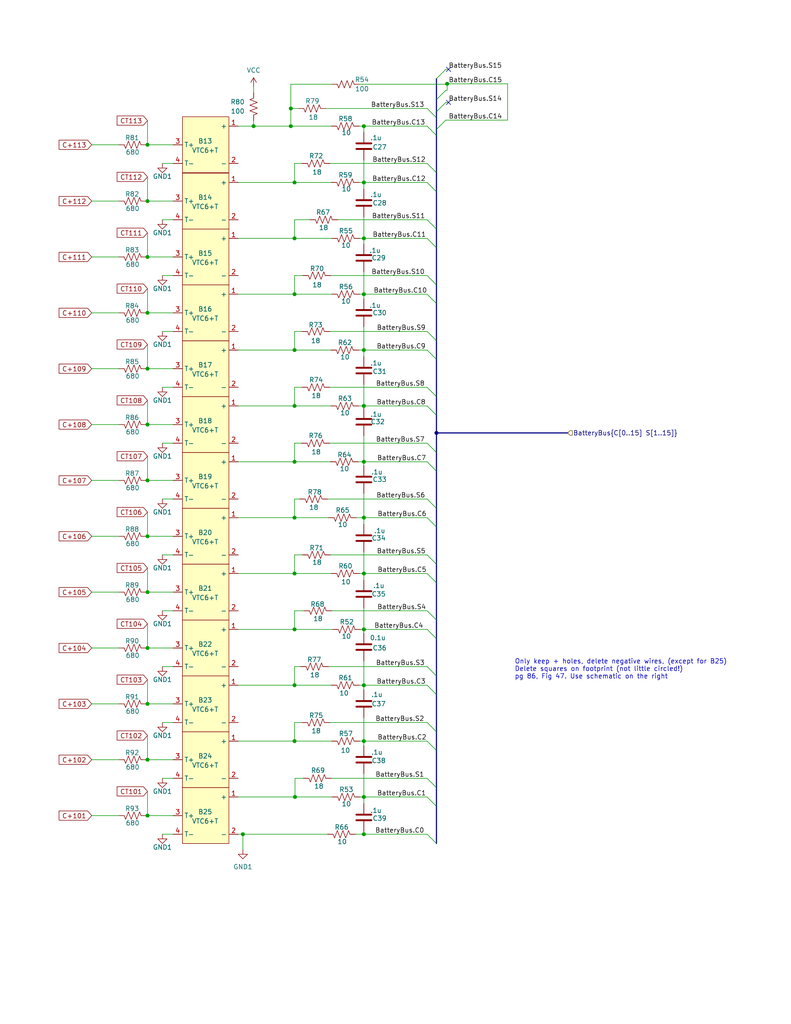
<source format=kicad_sch>
(kicad_sch (version 20231120) (generator "eeschema") (generator_version "8.0")
  (paper "A" portrait)
  (lib_symbols
    (symbol "Device:C" (pin_numbers hide) (pin_names (offset 0.254))
      (property "Reference" "C" (at 0.635 2.54 0))
      (property "Value" "C" (at 0.635 -2.54 0))
      (symbol "C_1_1"
        (pin passive line (at 0 3.81 270) (length 2.794) (name "~") (number "1"))
        (pin passive line (at 0 -3.81 90) (length 2.794) (name "~") (number "2"))
      )
    )
    (symbol "Device:R_US" (pin_numbers hide) (pin_names (offset 0))
      (property "Reference" "R" (at 2.54 0 90))
      (property "Value" "R_US" (at -2.54 0 90))
      (symbol "R_US_1_1"
        (pin passive line (at 0 3.81 270) (length 1.27) (name "~") (number "1"))
        (pin passive line (at 0 -3.81 90) (length 1.27) (name "~") (number "2"))
      )
    )
    (symbol "GND1_1" (power) (pin_names (offset 0))
      (property "Value" "GND1" (at 0 -3.81 0))
      (symbol "GND1_1_1_1"
        (pin power_in line (at 0 0 270) (length 0) hide (name "GND1") (number "1"))
      )
    )
    (symbol "GND1_10" (power) (pin_names (offset 0))
      (property "Value" "GND1" (at 0 -3.81 0))
      (symbol "GND1_10_1_1"
        (pin power_in line (at 0 0 270) (length 0) hide (name "GND1") (number "1"))
      )
    )
    (symbol "GND1_11" (power) (pin_names (offset 0))
      (property "Value" "GND1" (at 0 -3.81 0))
      (symbol "GND1_11_1_1"
        (pin power_in line (at 0 0 270) (length 0) hide (name "GND1") (number "1"))
      )
    )
    (symbol "GND1_12" (power) (pin_names (offset 0))
      (property "Value" "GND1" (at 0 -3.81 0))
      (symbol "GND1_12_1_1"
        (pin power_in line (at 0 0 270) (length 0) hide (name "GND1") (number "1"))
      )
    )
    (symbol "GND1_13" (power) (pin_names (offset 0))
      (property "Value" "GND1" (at 0 -3.81 0))
      (symbol "GND1_13_1_1"
        (pin power_in line (at 0 0 270) (length 0) hide (name "GND1") (number "1"))
      )
    )
    (symbol "GND1_2" (power) (pin_names (offset 0))
      (property "Value" "GND1" (at 0 -3.81 0))
      (symbol "GND1_2_1_1"
        (pin power_in line (at 0 0 270) (length 0) hide (name "GND1") (number "1"))
      )
    )
    (symbol "GND1_3" (power) (pin_names (offset 0))
      (property "Value" "GND1" (at 0 -3.81 0))
      (symbol "GND1_3_1_1"
        (pin power_in line (at 0 0 270) (length 0) hide (name "GND1") (number "1"))
      )
    )
    (symbol "GND1_4" (power) (pin_names (offset 0))
      (property "Value" "GND1" (at 0 -3.81 0))
      (symbol "GND1_4_1_1"
        (pin power_in line (at 0 0 270) (length 0) hide (name "GND1") (number "1"))
      )
    )
    (symbol "GND1_5" (power) (pin_names (offset 0))
      (property "Value" "GND1" (at 0 -3.81 0))
      (symbol "GND1_5_1_1"
        (pin power_in line (at 0 0 270) (length 0) hide (name "GND1") (number "1"))
      )
    )
    (symbol "GND1_6" (power) (pin_names (offset 0))
      (property "Value" "GND1" (at 0 -3.81 0))
      (symbol "GND1_6_1_1"
        (pin power_in line (at 0 0 270) (length 0) hide (name "GND1") (number "1"))
      )
    )
    (symbol "GND1_7" (power) (pin_names (offset 0))
      (property "Value" "GND1" (at 0 -3.81 0))
      (symbol "GND1_7_1_1"
        (pin power_in line (at 0 0 270) (length 0) hide (name "GND1") (number "1"))
      )
    )
    (symbol "GND1_8" (power) (pin_names (offset 0))
      (property "Value" "GND1" (at 0 -3.81 0))
      (symbol "GND1_8_1_1"
        (pin power_in line (at 0 0 270) (length 0) hide (name "GND1") (number "1"))
      )
    )
    (symbol "GND1_9" (power) (pin_names (offset 0))
      (property "Value" "GND1" (at 0 -3.81 0))
      (symbol "GND1_9_1_1"
        (pin power_in line (at 0 0 270) (length 0) hide (name "GND1") (number "1"))
      )
    )
    (symbol "VTC6+T_10"
      (property "Reference" "B" (at -2.54 0 0))
      (property "Value" "VTC6+T_10" (at -2.54 2.54 0))
      (symbol "VTC6+T_10_1_1"
        (pin power_in line (at 2.54 10.16 270) (length 2.54) (name "+") (number "1"))
        (pin power_out line (at -7.62 10.16 270) (length 2.54) (name "-") (number "2"))
        (pin input line (at -2.54 -7.62 90) (length 2.54) (name "T+") (number "3"))
        (pin output line (at -7.62 -7.62 90) (length 2.54) (name "T-") (number "4"))
      )
    )
    (symbol "VTC6+T_11"
      (property "Reference" "B" (at -2.54 0 0))
      (property "Value" "VTC6+T_11" (at -2.54 2.54 0))
      (symbol "VTC6+T_11_1_1"
        (pin power_in line (at 2.54 10.16 270) (length 2.54) (name "+") (number "1"))
        (pin power_out line (at -7.62 10.16 270) (length 2.54) (name "-") (number "2"))
        (pin input line (at -2.54 -7.62 90) (length 2.54) (name "T+") (number "3"))
        (pin output line (at -7.62 -7.62 90) (length 2.54) (name "T-") (number "4"))
      )
    )
    (symbol "VTC6+T_12"
      (property "Reference" "B" (at -2.54 0 0))
      (property "Value" "VTC6+T_12" (at -2.54 2.54 0))
      (symbol "VTC6+T_12_1_1"
        (pin power_in line (at 2.54 10.16 270) (length 2.54) (name "+") (number "1"))
        (pin power_out line (at -7.62 10.16 270) (length 2.54) (name "-") (number "2"))
        (pin input line (at -2.54 -7.62 90) (length 2.54) (name "T+") (number "3"))
        (pin output line (at -7.62 -7.62 90) (length 2.54) (name "T-") (number "4"))
      )
    )
    (symbol "VTC6+T_13"
      (property "Reference" "B" (at -2.54 0 0))
      (property "Value" "VTC6+T_13" (at -2.54 2.54 0))
      (symbol "VTC6+T_13_1_1"
        (pin power_in line (at 2.54 10.16 270) (length 2.54) (name "+") (number "1"))
        (pin power_out line (at -7.62 10.16 270) (length 2.54) (name "-") (number "2"))
        (pin input line (at -2.54 -7.62 90) (length 2.54) (name "T+") (number "3"))
        (pin output line (at -7.62 -7.62 90) (length 2.54) (name "T-") (number "4"))
      )
    )
    (symbol "VTC6+T_14"
      (property "Reference" "B" (at -2.54 0 0))
      (property "Value" "VTC6+T_14" (at -2.54 2.54 0))
      (symbol "VTC6+T_14_1_1"
        (pin power_in line (at 2.54 10.16 270) (length 2.54) (name "+") (number "1"))
        (pin power_out line (at -7.62 10.16 270) (length 2.54) (name "-") (number "2"))
        (pin input line (at -2.54 -7.62 90) (length 2.54) (name "T+") (number "3"))
        (pin output line (at -7.62 -7.62 90) (length 2.54) (name "T-") (number "4"))
      )
    )
    (symbol "VTC6+T_15"
      (property "Reference" "B" (at -2.54 0 0))
      (property "Value" "VTC6+T_15" (at -2.54 2.54 0))
      (symbol "VTC6+T_15_1_1"
        (pin power_in line (at 2.54 10.16 270) (length 2.54) (name "+") (number "1"))
        (pin power_out line (at -7.62 10.16 270) (length 2.54) (name "-") (number "2"))
        (pin input line (at -2.54 -7.62 90) (length 2.54) (name "T+") (number "3"))
        (pin output line (at -7.62 -7.62 90) (length 2.54) (name "T-") (number "4"))
      )
    )
    (symbol "VTC6+T_16"
      (property "Reference" "B" (at -2.54 0 0))
      (property "Value" "VTC6+T_16" (at -2.54 2.54 0))
      (symbol "VTC6+T_16_1_1"
        (pin power_in line (at 2.54 10.16 270) (length 2.54) (name "+") (number "1"))
        (pin power_out line (at -7.62 10.16 270) (length 2.54) (name "-") (number "2"))
        (pin input line (at -2.54 -7.62 90) (length 2.54) (name "T+") (number "3"))
        (pin output line (at -7.62 -7.62 90) (length 2.54) (name "T-") (number "4"))
      )
    )
    (symbol "VTC6+T_17"
      (property "Reference" "B" (at -2.54 0 0))
      (property "Value" "VTC6+T_17" (at -2.54 2.54 0))
      (symbol "VTC6+T_17_1_1"
        (pin power_in line (at 2.54 10.16 270) (length 2.54) (name "+") (number "1"))
        (pin power_out line (at -7.62 10.16 270) (length 2.54) (name "-") (number "2"))
        (pin input line (at -2.54 -7.62 90) (length 2.54) (name "T+") (number "3"))
        (pin output line (at -7.62 -7.62 90) (length 2.54) (name "T-") (number "4"))
      )
    )
    (symbol "VTC6+T_5"
      (property "Reference" "B" (at -2.54 0 0))
      (property "Value" "VTC6+T_5" (at -2.54 2.54 0))
      (symbol "VTC6+T_5_1_1"
        (pin power_in line (at 2.54 10.16 270) (length 2.54) (name "+") (number "1"))
        (pin power_out line (at -7.62 10.16 270) (length 2.54) (name "-") (number "2"))
        (pin input line (at -2.54 -7.62 90) (length 2.54) (name "T+") (number "3"))
        (pin output line (at -7.62 -7.62 90) (length 2.54) (name "T-") (number "4"))
      )
    )
    (symbol "VTC6+T_6"
      (property "Reference" "B" (at -2.54 0 0))
      (property "Value" "VTC6+T_6" (at -2.54 2.54 0))
      (symbol "VTC6+T_6_1_1"
        (pin power_in line (at 2.54 10.16 270) (length 2.54) (name "+") (number "1"))
        (pin power_out line (at -7.62 10.16 270) (length 2.54) (name "-") (number "2"))
        (pin input line (at -2.54 -7.62 90) (length 2.54) (name "T+") (number "3"))
        (pin output line (at -7.62 -7.62 90) (length 2.54) (name "T-") (number "4"))
      )
    )
    (symbol "VTC6+T_7"
      (property "Reference" "B" (at -2.54 0 0))
      (property "Value" "VTC6+T_7" (at -2.54 2.54 0))
      (symbol "VTC6+T_7_1_1"
        (pin power_in line (at 2.54 10.16 270) (length 2.54) (name "+") (number "1"))
        (pin power_out line (at -7.62 10.16 270) (length 2.54) (name "-") (number "2"))
        (pin input line (at -2.54 -7.62 90) (length 2.54) (name "T+") (number "3"))
        (pin output line (at -7.62 -7.62 90) (length 2.54) (name "T-") (number "4"))
      )
    )
    (symbol "VTC6+T_8"
      (property "Reference" "B" (at -2.54 0 0))
      (property "Value" "VTC6+T_8" (at -2.54 2.54 0))
      (symbol "VTC6+T_8_1_1"
        (pin power_in line (at 2.54 10.16 270) (length 2.54) (name "+") (number "1"))
        (pin power_out line (at -7.62 10.16 270) (length 2.54) (name "-") (number "2"))
        (pin input line (at -2.54 -7.62 90) (length 2.54) (name "T+") (number "3"))
        (pin output line (at -7.62 -7.62 90) (length 2.54) (name "T-") (number "4"))
      )
    )
    (symbol "VTC6+T_9"
      (property "Reference" "B" (at -2.54 0 0))
      (property "Value" "VTC6+T_9" (at -2.54 2.54 0))
      (symbol "VTC6+T_9_1_1"
        (pin power_in line (at 2.54 10.16 270) (length 2.54) (name "+") (number "1"))
        (pin power_out line (at -7.62 10.16 270) (length 2.54) (name "-") (number "2"))
        (pin input line (at -2.54 -7.62 90) (length 2.54) (name "T+") (number "3"))
        (pin output line (at -7.62 -7.62 90) (length 2.54) (name "T-") (number "4"))
      )
    )
    (symbol "power:GND1" (power) (pin_names (offset 0))
      (property "Value" "GND1" (at 0 -3.81 0))
      (symbol "GND1_1_1"
        (pin power_in line (at 0 0 270) (length 0) hide (name "GND1") (number "1"))
      )
    )
    (symbol "power:VCC" (power) (pin_names (offset 0))
      (property "Value" "VCC" (at 0 3.81 0))
      (symbol "VCC_1_1"
        (pin power_in line (at 0 0 90) (length 0) hide (name "VCC") (number "1"))
      )
    )
  )
  (junction (at 40.259 100.584))
  (junction (at 40.259 176.784))
  (junction (at 40.259 39.497))
  (junction (at 40.259 54.864))
  (junction (at 99.314 156.464))
  (junction (at 99.314 171.704))
  (junction (at 40.259 70.104))
  (junction (at 99.314 49.784))
  (junction (at 80.391 80.264))
  (junction (at 80.391 110.744))
  (junction (at 99.314 110.744))
  (junction (at 79.375 29.591))
  (junction (at 122.047 22.86))
  (junction (at 99.314 202.184))
  (junction (at 99.314 34.417))
  (junction (at 79.375 34.417))
  (junction (at 69.215 34.417))
  (junction (at 99.314 141.224))
  (junction (at 99.314 125.984))
  (junction (at 40.259 146.304))
  (junction (at 40.259 115.824))
  (junction (at 80.391 95.504))
  (junction (at 99.314 80.264))
  (junction (at 40.259 161.544))
  (junction (at 66.294 227.584))
  (junction (at 80.391 156.464))
  (junction (at 99.314 65.024))
  (junction (at 80.391 65.024))
  (junction (at 99.314 186.944))
  (junction (at 119.126 118.11))
  (junction (at 40.259 222.504))
  (junction (at 99.314 227.584))
  (junction (at 80.391 141.224))
  (junction (at 80.391 49.784))
  (junction (at 80.391 171.704))
  (junction (at 40.259 207.264))
  (junction (at 80.391 125.984))
  (junction (at 99.314 217.424))
  (junction (at 40.259 192.024))
  (junction (at 80.391 202.184))
  (junction (at 99.314 95.504))
  (junction (at 40.259 131.064))
  (junction (at 80.391 186.944))
  (junction (at 40.259 85.344))
  (junction (at 80.518 217.424))
  (no_connect (at 122.428 27.94))
  (no_connect (at 122.428 18.923))
  (bus_entry (at 119.126 30.48) (size 2.54 -2.54))
  (bus_entry (at 119.126 82.804) (size -2.54 -2.54))
  (bus_entry (at 119.126 214.884) (size -2.54 -2.54))
  (bus_entry (at 119.126 62.484) (size -2.54 -2.54))
  (bus_entry (at 119.126 153.924) (size -2.54 -2.54))
  (bus_entry (at 119.126 67.564) (size -2.54 -2.54))
  (bus_entry (at 119.126 52.324) (size -2.54 -2.54))
  (bus_entry (at 119.126 77.724) (size -2.54 -2.54))
  (bus_entry (at 119.126 204.724) (size -2.54 -2.54))
  (bus_entry (at 119.126 189.484) (size -2.54 -2.54))
  (bus_entry (at 119.126 36.957) (size -2.54 -2.54))
  (bus_entry (at 119.126 128.524) (size -2.54 -2.54))
  (bus_entry (at 119.126 35.306) (size 2.54 -2.54))
  (bus_entry (at 119.126 98.044) (size -2.54 -2.54))
  (bus_entry (at 119.126 199.644) (size -2.54 -2.54))
  (bus_entry (at 119.126 21.463) (size 2.54 -2.54))
  (bus_entry (at 119.126 113.284) (size -2.54 -2.54))
  (bus_entry (at 119.126 230.124) (size -2.54 -2.54))
  (bus_entry (at 119.126 27.178) (size 2.54 -2.54))
  (bus_entry (at 119.126 169.164) (size -2.54 -2.54))
  (bus_entry (at 119.126 47.117) (size -2.54 -2.54))
  (bus_entry (at 119.126 32.131) (size -2.54 -2.54))
  (bus_entry (at 119.126 138.684) (size -2.54 -2.54))
  (bus_entry (at 119.126 123.444) (size -2.54 -2.54))
  (bus_entry (at 119.126 108.204) (size -2.54 -2.54))
  (bus_entry (at 119.126 159.004) (size -2.54 -2.54))
  (bus_entry (at 119.126 184.404) (size -2.54 -2.54))
  (bus_entry (at 119.126 174.244) (size -2.54 -2.54))
  (bus_entry (at 119.126 92.964) (size -2.54 -2.54))
  (bus_entry (at 119.126 143.764) (size -2.54 -2.54))
  (bus_entry (at 119.126 219.964) (size -2.54 -2.54))
  (wire (pts (xy 40.259 100.584) (xy 47.244 100.584)))
  (wire (pts (xy 44.323 105.664) (xy 47.244 105.664)))
  (wire (pts (xy 99.314 180.34) (xy 99.314 186.944)))
  (wire (pts (xy 40.259 39.497) (xy 40.005 39.497)))
  (wire (pts (xy 44.323 227.584) (xy 47.244 227.584)))
  (wire (pts (xy 40.259 32.893) (xy 40.259 39.497)))
  (wire (pts (xy 44.323 90.424) (xy 47.244 90.424)))
  (wire (pts (xy 80.391 44.577) (xy 80.391 49.784)))
  (wire (pts (xy 116.586 44.577) (xy 90.043 44.577)))
  (wire (pts (xy 90.678 217.424) (xy 80.518 217.424)))
  (wire (pts (xy 90.17 125.984) (xy 80.391 125.984)))
  (wire (pts (xy 99.314 141.224) (xy 116.586 141.224)))
  (wire (pts (xy 40.259 222.504) (xy 47.244 222.504)))
  (bus (pts (xy 119.126 143.764) (xy 119.126 138.684)))
  (wire (pts (xy 69.215 32.893) (xy 69.215 34.417)))
  (wire (pts (xy 80.391 186.944) (xy 80.391 181.864)))
  (wire (pts (xy 25.019 176.784) (xy 32.385 176.784)))
  (wire (pts (xy 99.314 165.862) (xy 99.314 171.704)))
  (bus (pts (xy 119.126 30.48) (xy 119.126 32.131)))
  (wire (pts (xy 44.323 75.184) (xy 47.244 75.184)))
  (wire (pts (xy 40.259 48.26) (xy 40.259 54.864)))
  (bus (pts (xy 119.126 174.244) (xy 119.126 169.164)))
  (wire (pts (xy 66.294 231.775) (xy 66.294 227.584)))
  (bus (pts (xy 119.126 143.764) (xy 119.126 153.924)))
  (wire (pts (xy 90.424 49.784) (xy 80.391 49.784)))
  (wire (pts (xy 90.805 171.704) (xy 80.391 171.704)))
  (wire (pts (xy 80.391 80.264) (xy 80.391 75.184)))
  (wire (pts (xy 25.019 161.544) (xy 32.385 161.544)))
  (wire (pts (xy 80.391 186.944) (xy 65.024 186.944)))
  (wire (pts (xy 99.314 104.902) (xy 99.314 110.744)))
  (bus (pts (xy 119.126 169.164) (xy 119.126 159.004)))
  (wire (pts (xy 25.019 131.064) (xy 32.385 131.064)))
  (wire (pts (xy 81.788 136.144) (xy 80.391 136.144)))
  (bus (pts (xy 119.126 214.884) (xy 119.126 204.724)))
  (wire (pts (xy 99.314 156.464) (xy 99.314 158.242)))
  (bus (pts (xy 119.126 92.964) (xy 119.126 82.804)))
  (wire (pts (xy 90.424 212.344) (xy 116.586 212.344)))
  (wire (pts (xy 99.314 217.424) (xy 99.314 219.202)))
  (wire (pts (xy 90.297 95.504) (xy 80.391 95.504)))
  (wire (pts (xy 99.314 195.834) (xy 99.314 202.184)))
  (wire (pts (xy 69.215 23.749) (xy 69.215 25.273)))
  (bus (pts (xy 119.126 62.484) (xy 119.126 52.324)))
  (wire (pts (xy 80.518 217.424) (xy 80.518 212.344)))
  (wire (pts (xy 82.931 166.624) (xy 80.391 166.624)))
  (wire (pts (xy 99.314 202.184) (xy 99.314 203.454)))
  (wire (pts (xy 40.259 176.784) (xy 40.005 176.784)))
  (wire (pts (xy 40.259 78.74) (xy 40.259 85.344)))
  (wire (pts (xy 90.551 22.987) (xy 79.375 22.987)))
  (wire (pts (xy 122.428 27.94) (xy 121.666 27.94)))
  (wire (pts (xy 40.259 131.064) (xy 47.244 131.064)))
  (wire (pts (xy 97.917 95.504) (xy 99.314 95.504)))
  (wire (pts (xy 99.314 36.068) (xy 99.314 34.417)))
  (bus (pts (xy 119.126 47.117) (xy 119.126 36.957)))
  (wire (pts (xy 82.423 197.104) (xy 80.391 197.104)))
  (wire (pts (xy 40.259 215.9) (xy 40.259 222.504)))
  (wire (pts (xy 116.586 29.591) (xy 89.027 29.591)))
  (wire (pts (xy 81.407 29.591) (xy 79.375 29.591)))
  (wire (pts (xy 98.044 49.784) (xy 99.314 49.784)))
  (wire (pts (xy 25.019 115.824) (xy 32.385 115.824)))
  (wire (pts (xy 80.391 171.704) (xy 65.024 171.704)))
  (bus (pts (xy 119.126 113.284) (xy 119.126 108.204)))
  (wire (pts (xy 40.259 192.024) (xy 40.005 192.024)))
  (wire (pts (xy 80.391 110.744) (xy 80.391 105.664)))
  (wire (pts (xy 40.259 70.104) (xy 47.244 70.104)))
  (wire (pts (xy 98.044 34.417) (xy 99.314 34.417)))
  (wire (pts (xy 99.314 125.984) (xy 99.314 127)))
  (wire (pts (xy 40.259 124.46) (xy 40.259 131.064)))
  (wire (pts (xy 89.408 136.144) (xy 116.586 136.144)))
  (wire (pts (xy 40.259 139.7) (xy 40.259 146.304)))
  (wire (pts (xy 69.215 34.417) (xy 65.024 34.417)))
  (wire (pts (xy 25.019 100.584) (xy 32.385 100.584)))
  (bus (pts (xy 119.126 204.724) (xy 119.126 199.644)))
  (wire (pts (xy 99.314 118.872) (xy 99.314 125.984)))
  (wire (pts (xy 122.428 22.987) (xy 122.047 22.86)))
  (wire (pts (xy 79.375 29.591) (xy 79.375 34.417)))
  (wire (pts (xy 82.55 151.384) (xy 80.391 151.384)))
  (wire (pts (xy 99.314 202.184) (xy 116.586 202.184)))
  (wire (pts (xy 40.259 185.42) (xy 40.259 192.024)))
  (wire (pts (xy 40.259 200.66) (xy 40.259 207.264)))
  (wire (pts (xy 40.259 154.94) (xy 40.259 161.544)))
  (bus (pts (xy 119.126 77.724) (xy 119.126 67.564)))
  (bus (pts (xy 119.126 27.178) (xy 119.126 30.48)))
  (wire (pts (xy 84.582 59.944) (xy 80.391 59.944)))
  (wire (pts (xy 138.557 22.86) (xy 122.047 22.86)))
  (wire (pts (xy 66.294 227.584) (xy 65.024 227.584)))
  (wire (pts (xy 80.391 141.224) (xy 89.662 141.224)))
  (wire (pts (xy 99.314 211.074) (xy 99.314 217.424)))
  (wire (pts (xy 121.666 18.923) (xy 122.428 18.923)))
  (wire (pts (xy 90.551 65.024) (xy 80.391 65.024)))
  (wire (pts (xy 80.391 95.504) (xy 65.024 95.504)))
  (wire (pts (xy 40.259 146.304) (xy 40.005 146.304)))
  (wire (pts (xy 80.391 156.464) (xy 80.391 151.384)))
  (wire (pts (xy 40.259 207.264) (xy 40.005 207.264)))
  (wire (pts (xy 40.259 39.497) (xy 47.244 39.497)))
  (wire (pts (xy 25.019 222.504) (xy 32.385 222.504)))
  (wire (pts (xy 25.019 207.264) (xy 32.385 207.264)))
  (wire (pts (xy 99.314 65.024) (xy 99.314 66.548)))
  (wire (pts (xy 82.296 120.904) (xy 80.391 120.904)))
  (wire (pts (xy 40.259 161.544) (xy 47.244 161.544)))
  (wire (pts (xy 122.428 22.987) (xy 98.171 22.987)))
  (wire (pts (xy 98.425 171.704) (xy 99.314 171.704)))
  (wire (pts (xy 25.019 70.104) (xy 32.385 70.104)))
  (wire (pts (xy 40.259 161.544) (xy 40.005 161.544)))
  (wire (pts (xy 40.259 207.264) (xy 47.244 207.264)))
  (bus (pts (xy 119.126 199.644) (xy 119.126 189.484)))
  (wire (pts (xy 44.323 181.864) (xy 47.244 181.864)))
  (wire (pts (xy 44.323 120.904) (xy 47.244 120.904)))
  (wire (pts (xy 99.314 171.704) (xy 116.586 171.704)))
  (wire (pts (xy 40.259 85.344) (xy 47.244 85.344)))
  (wire (pts (xy 80.391 156.464) (xy 65.024 156.464)))
  (wire (pts (xy 99.314 65.024) (xy 116.586 65.024)))
  (wire (pts (xy 40.259 109.22) (xy 40.259 115.824)))
  (wire (pts (xy 80.391 65.024) (xy 80.391 59.944)))
  (wire (pts (xy 122.047 24.638) (xy 122.047 22.86)))
  (bus (pts (xy 119.126 52.324) (xy 119.126 47.117)))
  (wire (pts (xy 40.259 54.864) (xy 40.005 54.864)))
  (wire (pts (xy 25.019 146.304) (xy 32.385 146.304)))
  (wire (pts (xy 25.019 54.864) (xy 32.385 54.864)))
  (wire (pts (xy 44.323 166.624) (xy 47.244 166.624)))
  (wire (pts (xy 98.298 217.424) (xy 99.314 217.424)))
  (wire (pts (xy 25.019 85.344) (xy 32.385 85.344)))
  (wire (pts (xy 40.259 100.584) (xy 40.005 100.584)))
  (wire (pts (xy 44.323 197.104) (xy 47.244 197.104)))
  (wire (pts (xy 99.314 141.224) (xy 99.314 143.002)))
  (wire (pts (xy 65.024 80.264) (xy 80.391 80.264)))
  (wire (pts (xy 99.314 141.224) (xy 97.282 141.224)))
  (wire (pts (xy 80.391 110.744) (xy 90.297 110.744)))
  (bus (pts (xy 119.126 189.484) (xy 119.126 184.404)))
  (wire (pts (xy 40.259 115.824) (xy 40.005 115.824)))
  (wire (pts (xy 89.408 227.584) (xy 66.294 227.584)))
  (wire (pts (xy 138.557 32.766) (xy 138.557 22.86)))
  (wire (pts (xy 99.314 49.784) (xy 116.586 49.784)))
  (wire (pts (xy 92.202 59.944) (xy 116.586 59.944)))
  (wire (pts (xy 90.424 186.944) (xy 80.391 186.944)))
  (wire (pts (xy 90.297 75.184) (xy 116.586 75.184)))
  (bus (pts (xy 119.126 219.964) (xy 119.126 230.124)))
  (wire (pts (xy 99.314 110.744) (xy 116.586 110.744)))
  (wire (pts (xy 80.391 202.184) (xy 65.024 202.184)))
  (wire (pts (xy 40.259 63.5) (xy 40.259 70.104)))
  (wire (pts (xy 40.259 176.784) (xy 47.244 176.784)))
  (wire (pts (xy 99.314 95.504) (xy 116.586 95.504)))
  (wire (pts (xy 99.314 156.464) (xy 116.586 156.464)))
  (wire (pts (xy 99.314 125.984) (xy 116.586 125.984)))
  (bus (pts (xy 119.126 219.964) (xy 119.126 214.884)))
  (wire (pts (xy 80.391 202.184) (xy 80.391 197.104)))
  (wire (pts (xy 99.314 150.622) (xy 99.314 156.464)))
  (bus (pts (xy 119.126 118.11) (xy 154.94 118.11)))
  (wire (pts (xy 90.551 166.624) (xy 116.586 166.624)))
  (wire (pts (xy 99.314 227.584) (xy 116.586 227.584)))
  (wire (pts (xy 80.391 125.984) (xy 65.024 125.984)))
  (wire (pts (xy 116.586 90.424) (xy 90.043 90.424)))
  (wire (pts (xy 25.019 192.024) (xy 32.385 192.024)))
  (wire (pts (xy 80.391 141.224) (xy 80.391 136.144)))
  (wire (pts (xy 40.259 54.864) (xy 47.244 54.864)))
  (wire (pts (xy 40.259 170.18) (xy 40.259 176.784)))
  (wire (pts (xy 80.391 125.984) (xy 80.391 120.904)))
  (wire (pts (xy 99.314 80.264) (xy 116.586 80.264)))
  (wire (pts (xy 99.314 89.154) (xy 99.314 95.504)))
  (wire (pts (xy 98.171 202.184) (xy 99.314 202.184)))
  (wire (pts (xy 90.424 156.464) (xy 80.391 156.464)))
  (wire (pts (xy 90.551 202.184) (xy 80.391 202.184)))
  (bus (pts (xy 119.126 138.684) (xy 119.126 128.524)))
  (bus (pts (xy 119.126 21.463) (xy 119.126 27.178)))
  (wire (pts (xy 98.171 80.264) (xy 99.314 80.264)))
  (wire (pts (xy 99.314 110.744) (xy 99.314 111.252)))
  (wire (pts (xy 99.314 80.264) (xy 99.314 81.534)))
  (wire (pts (xy 44.323 212.344) (xy 47.244 212.344)))
  (bus (pts (xy 119.126 35.306) (xy 119.126 32.131)))
  (wire (pts (xy 98.044 186.944) (xy 99.314 186.944)))
  (wire (pts (xy 80.518 217.424) (xy 65.024 217.424)))
  (bus (pts (xy 119.126 128.524) (xy 119.126 123.444)))
  (wire (pts (xy 99.314 226.822) (xy 99.314 227.584)))
  (wire (pts (xy 99.314 74.168) (xy 99.314 80.264)))
  (wire (pts (xy 90.424 34.417) (xy 79.375 34.417)))
  (wire (pts (xy 40.259 70.104) (xy 40.005 70.104)))
  (wire (pts (xy 99.314 188.214) (xy 99.314 186.944)))
  (wire (pts (xy 122.047 24.638) (xy 121.666 24.638)))
  (wire (pts (xy 99.314 134.62) (xy 99.314 141.224)))
  (wire (pts (xy 80.391 171.704) (xy 80.391 166.624)))
  (bus (pts (xy 119.126 82.804) (xy 119.126 77.724)))
  (bus (pts (xy 119.126 67.564) (xy 119.126 62.484)))
  (bus (pts (xy 119.126 36.957) (xy 119.126 35.306)))
  (wire (pts (xy 80.391 49.784) (xy 65.024 49.784)))
  (wire (pts (xy 82.423 44.577) (xy 80.391 44.577)))
  (wire (pts (xy 89.916 120.904) (xy 116.586 120.904)))
  (bus (pts (xy 119.126 184.404) (xy 119.126 174.244)))
  (wire (pts (xy 82.804 212.344) (xy 80.518 212.344)))
  (wire (pts (xy 40.259 85.344) (xy 40.005 85.344)))
  (wire (pts (xy 99.314 171.704) (xy 99.314 172.72)))
  (wire (pts (xy 99.314 34.417) (xy 116.586 34.417)))
  (wire (pts (xy 40.259 192.024) (xy 47.244 192.024)))
  (wire (pts (xy 99.314 186.944) (xy 116.586 186.944)))
  (wire (pts (xy 25.019 39.497) (xy 32.385 39.497)))
  (wire (pts (xy 40.259 146.304) (xy 47.244 146.304)))
  (wire (pts (xy 80.391 80.264) (xy 90.551 80.264)))
  (bus (pts (xy 119.126 118.11) (xy 119.126 123.444)))
  (bus (pts (xy 119.126 98.044) (xy 119.126 92.964)))
  (wire (pts (xy 99.314 95.504) (xy 99.314 97.282)))
  (wire (pts (xy 99.314 49.784) (xy 99.314 51.562)))
  (wire (pts (xy 82.423 90.424) (xy 80.391 90.424)))
  (wire (pts (xy 82.042 181.864) (xy 80.391 181.864)))
  (wire (pts (xy 44.323 44.577) (xy 47.244 44.577)))
  (wire (pts (xy 82.423 105.664) (xy 80.391 105.664)))
  (wire (pts (xy 99.314 217.424) (xy 116.586 217.424)))
  (wire (pts (xy 40.259 115.824) (xy 47.244 115.824)))
  (wire (pts (xy 44.323 136.144) (xy 47.244 136.144)))
  (wire (pts (xy 40.259 93.98) (xy 40.259 100.584)))
  (wire (pts (xy 98.171 65.024) (xy 99.314 65.024)))
  (wire (pts (xy 80.391 65.024) (xy 65.024 65.024)))
  (wire (pts (xy 89.662 181.864) (xy 116.586 181.864)))
  (wire (pts (xy 97.028 227.584) (xy 99.314 227.584)))
  (wire (pts (xy 90.17 151.384) (xy 116.586 151.384)))
  (wire (pts (xy 99.314 59.182) (xy 99.314 65.024)))
  (wire (pts (xy 97.917 110.744) (xy 99.314 110.744)))
  (wire (pts (xy 44.323 151.384) (xy 47.244 151.384)))
  (wire (pts (xy 65.024 110.744) (xy 80.391 110.744)))
  (wire (pts (xy 99.314 43.688) (xy 99.314 49.784)))
  (wire (pts (xy 138.557 32.766) (xy 121.666 32.766)))
  (wire (pts (xy 97.79 125.984) (xy 99.314 125.984)))
  (wire (pts (xy 80.391 75.184) (xy 82.677 75.184)))
  (wire (pts (xy 98.044 156.464) (xy 99.314 156.464)))
  (bus (pts (xy 119.126 159.004) (xy 119.126 153.924)))
  (wire (pts (xy 44.323 59.944) (xy 47.244 59.944)))
  (wire (pts (xy 90.043 105.664) (xy 116.586 105.664)))
  (wire (pts (xy 80.391 95.504) (xy 80.391 90.424)))
  (wire (pts (xy 79.375 34.417) (xy 69.215 34.417)))
  (wire (pts (xy 40.259 131.064) (xy 40.005 131.064)))
  (wire (pts (xy 65.024 141.224) (xy 80.391 141.224)))
  (bus (pts (xy 119.126 113.284) (xy 119.126 118.11)))
  (bus (pts (xy 119.126 108.204) (xy 119.126 98.044)))
  (wire (pts (xy 40.259 222.504) (xy 40.005 222.504)))
  (wire (pts (xy 79.375 22.987) (xy 79.375 29.591)))
  (wire (pts (xy 90.043 197.104) (xy 116.586 197.104)))
  (text "Only keep + holes, delete negative wires, (except for B25)\nDelete squares on footprint (not little circled!)\npg 86, Fig 47. Use schematic on the right" (at 140.462 185.42 0) (effects (font (size 1.27 1.27)) (justify left bottom)))
  (label "BatteryBus.S6" (at 116.078 136.144 180))
  (label "BatteryBus.S13" (at 115.824 29.591 180))
  (label "BatteryBus.C0" (at 115.824 227.584 180))
  (label "BatteryBus.S12" (at 116.205 44.577 180))
  (label "BatteryBus.C14" (at 122.428 32.766 0))
  (label "BatteryBus.C5" (at 116.459 156.464 180))
  (label "BatteryBus.C9" (at 116.205 95.504 180))
  (label "BatteryBus.C12" (at 116.205 49.784 180))
  (label "BatteryBus.S10" (at 115.951 75.184 180))
  (label "BatteryBus.C6" (at 116.459 141.224 180))
  (label "BatteryBus.S11" (at 116.078 59.944 180))
  (label "BatteryBus.S9" (at 116.205 90.424 180))
  (label "BatteryBus.S8" (at 115.951 105.664 180))
  (label "BatteryBus.S2" (at 115.824 197.104 180))
  (label "BatteryBus.C11" (at 116.332 65.024 180))
  (label "BatteryBus.S15" (at 122.428 18.923 0))
  (label "BatteryBus.C4" (at 115.57 171.704 180))
  (label "BatteryBus.C13" (at 116.078 34.417 180))
  (label "BatteryBus.C8" (at 116.205 110.744 180))
  (label "BatteryBus.S14" (at 122.428 27.94 0))
  (label "BatteryBus.S3" (at 115.951 181.864 180))
  (label "BatteryBus.C7" (at 116.332 125.984 180))
  (label "BatteryBus.S1" (at 115.824 212.344 180))
  (label "BatteryBus.S5" (at 116.205 151.384 180))
  (label "BatteryBus.C2" (at 116.459 202.184 180))
  (label "BatteryBus.S7" (at 115.951 120.904 180))
  (label "BatteryBus.S4" (at 116.332 166.624 180))
  (label "BatteryBus.C10" (at 116.586 80.264 180))
  (label "BatteryBus.C1" (at 116.332 217.424 180))
  (label "BatteryBus.C15" (at 122.428 22.86 0))
  (label "BatteryBus.C3" (at 116.205 186.944 180))
  (global_label "CT105" (shape input) (at 40.259 154.94 180) (property "Intersheetrefs" "${INTERSHEET_REFS}" (effects (hide yes))))
  (global_label "CT106" (shape input) (at 40.259 139.7 180) (property "Intersheetrefs" "${INTERSHEET_REFS}" (effects (hide yes))))
  (global_label "C+108" (shape input) (at 25.019 115.824 180) (property "Intersheetrefs" "${INTERSHEET_REFS}" (effects (hide yes))))
  (global_label "CT111" (shape input) (at 40.259 63.5 180) (property "Intersheetrefs" "${INTERSHEET_REFS}" (effects (hide yes))))
  (global_label "C+109" (shape input) (at 25.019 100.584 180) (property "Intersheetrefs" "${INTERSHEET_REFS}" (effects (hide yes))))
  (global_label "C+101" (shape input) (at 25.019 222.504 180) (property "Intersheetrefs" "${INTERSHEET_REFS}" (effects (hide yes))))
  (global_label "C+104" (shape input) (at 25.019 176.784 180) (property "Intersheetrefs" "${INTERSHEET_REFS}" (effects (hide yes))))
  (global_label "C+103" (shape input) (at 25.019 192.024 180) (property "Intersheetrefs" "${INTERSHEET_REFS}" (effects (hide yes))))
  (global_label "CT103" (shape input) (at 40.259 185.42 180) (property "Intersheetrefs" "${INTERSHEET_REFS}" (effects (hide yes))))
  (global_label "CT113" (shape input) (at 40.259 32.893 180) (property "Intersheetrefs" "${INTERSHEET_REFS}" (effects (hide yes))))
  (global_label "C+107" (shape input) (at 25.019 131.064 180) (property "Intersheetrefs" "${INTERSHEET_REFS}" (effects (hide yes))))
  (global_label "CT104" (shape input) (at 40.259 170.18 180) (property "Intersheetrefs" "${INTERSHEET_REFS}" (effects (hide yes))))
  (global_label "CT109" (shape input) (at 40.259 93.98 180) (property "Intersheetrefs" "${INTERSHEET_REFS}" (effects (hide yes))))
  (global_label "C+113" (shape input) (at 25.019 39.497 180) (property "Intersheetrefs" "${INTERSHEET_REFS}" (effects (hide yes))))
  (global_label "CT101" (shape input) (at 40.259 215.9 180) (property "Intersheetrefs" "${INTERSHEET_REFS}" (effects (hide yes))))
  (global_label "C+105" (shape input) (at 25.019 161.544 180) (property "Intersheetrefs" "${INTERSHEET_REFS}" (effects (hide yes))))
  (global_label "C+106" (shape input) (at 25.019 146.304 180) (property "Intersheetrefs" "${INTERSHEET_REFS}" (effects (hide yes))))
  (global_label "C+112" (shape input) (at 25.019 54.864 180) (property "Intersheetrefs" "${INTERSHEET_REFS}" (effects (hide yes))))
  (global_label "C+111" (shape input) (at 25.019 70.104 180) (property "Intersheetrefs" "${INTERSHEET_REFS}" (effects (hide yes))))
  (global_label "CT107" (shape input) (at 40.259 124.46 180) (property "Intersheetrefs" "${INTERSHEET_REFS}" (effects (hide yes))))
  (global_label "CT110" (shape input) (at 40.259 78.74 180) (property "Intersheetrefs" "${INTERSHEET_REFS}" (effects (hide yes))))
  (global_label "CT112" (shape input) (at 40.259 48.26 180) (property "Intersheetrefs" "${INTERSHEET_REFS}" (effects (hide yes))))
  (global_label "C+110" (shape input) (at 25.019 85.344 180) (property "Intersheetrefs" "${INTERSHEET_REFS}" (effects (hide yes))))
  (global_label "CT108" (shape input) (at 40.259 109.22 180) (property "Intersheetrefs" "${INTERSHEET_REFS}" (effects (hide yes))))
  (global_label "C+102" (shape input) (at 25.019 207.264 180) (property "Intersheetrefs" "${INTERSHEET_REFS}" (effects (hide yes))))
  (global_label "CT102" (shape input) (at 40.259 200.66 180) (property "Intersheetrefs" "${INTERSHEET_REFS}" (effects (hide yes))))
  (hierarchical_label "BatteryBus{C[0..15] S[1..15]}" (shape input) (at 154.94 118.11 0))
  (symbol (lib_id "Device:R_US") (at 85.852 181.864 90) (mirror x) (unit 1)
    (property "Reference" "R77" (at 83.82 179.959 90) (effects (justify right)))
    (property "Value" "18" (at 84.582 184.15 90) (effects (justify right)))
    (property "Footprint" "Resistor_SMD:R_2512_6332Metric_Pad1.40x3.35mm_HandSolder" (effects (hide yes)))
  )
  (symbol (lib_name "GND1_1") (lib_id "power:GND1") (at 66.294 231.775 0) (mirror y) (unit 1)
    (property "Reference" "#PWR092" (effects (hide yes)))
    (property "Value" "GND1" (at 66.294 236.474 0))
  )
  (symbol (lib_id "Device:R_US") (at 86.233 105.664 90) (mirror x) (unit 1)
    (property "Reference" "R74" (at 84.328 103.632 90) (effects (justify right)))
    (property "Value" "18" (at 84.963 107.95 90) (effects (justify right)))
    (property "Footprint" "Resistor_SMD:R_2512_6332Metric_Pad1.40x3.35mm_HandSolder" (effects (hide yes)))
  )
  (symbol (lib_id "Device:R_US") (at 86.741 166.624 90) (mirror x) (unit 1)
    (property "Reference" "R68" (at 84.709 164.846 90) (effects (justify right)))
    (property "Value" "18" (at 85.471 168.783 90) (effects (justify right)))
    (property "Footprint" "Resistor_SMD:R_2512_6332Metric_Pad1.40x3.35mm_HandSolder" (effects (hide yes)))
  )
  (symbol (lib_id "Device:R_US") (at 86.614 212.344 90) (mirror x) (unit 1)
    (property "Reference" "R69" (at 84.836 210.185 90) (effects (justify right)))
    (property "Value" "18" (at 85.725 214.503 90) (effects (justify right)))
    (property "Footprint" "Resistor_SMD:R_2512_6332Metric_Pad1.40x3.35mm_HandSolder" (effects (hide yes)))
  )
  (symbol (lib_id "Device:R_US") (at 94.234 186.944 90) (mirror x) (unit 1)
    (property "Reference" "R61" (at 92.329 184.912 90) (effects (justify right)))
    (property "Value" "10" (at 92.583 189.103 90) (effects (justify right)))
    (property "Footprint" "Resistor_SMD:R_0805_2012Metric_Pad1.20x1.40mm_HandSolder" (effects (hide yes)))
  )
  (symbol (lib_name "VTC6+T_12") (lib_id "AERO_Symbols:VTC6+T") (at 54.864 128.524 270) (mirror x) (unit 1)
    (property "Reference" "B19" (at 56.007 130.048 90))
    (property "Value" "VTC6+T" (at 56.007 132.588 90))
    (property "Footprint" "AERO_Footprints:VTC-6" (effects (hide yes)))
  )
  (symbol (lib_id "Device:R_US") (at 94.361 22.987 270) (mirror x) (unit 1)
    (property "Reference" "R54" (at 98.806 21.717 90))
    (property "Value" "100" (at 98.806 24.257 90))
    (property "Footprint" "Resistor_SMD:R_0603_1608Metric_Pad0.98x0.95mm_HandSolder" (effects (hide yes)))
  )
  (symbol (lib_id "Device:C") (at 99.314 101.092 0) (mirror y) (unit 1)
    (property "Reference" "C31" (at 103.632 101.346 0))
    (property "Value" ".1u" (at 102.616 99.06 0))
    (property "Footprint" "Capacitor_SMD:C_0603_1608Metric_Pad1.08x0.95mm_HandSolder" (effects (hide yes)))
  )
  (symbol (lib_id "Device:R_US") (at 94.107 95.504 90) (mirror x) (unit 1)
    (property "Reference" "R62" (at 92.202 93.472 90) (effects (justify right)))
    (property "Value" "10" (at 92.837 97.409 90) (effects (justify right)))
    (property "Footprint" "Resistor_SMD:R_0805_2012Metric_Pad1.20x1.40mm_HandSolder" (effects (hide yes)))
  )
  (symbol (lib_id "Device:R_US") (at 93.218 227.584 90) (mirror x) (unit 1)
    (property "Reference" "R66" (at 91.313 225.679 90) (effects (justify right)))
    (property "Value" "10" (at 92.075 229.616 90) (effects (justify right)))
    (property "Footprint" "Resistor_SMD:R_0805_2012Metric_Pad1.20x1.40mm_HandSolder" (effects (hide yes)))
  )
  (symbol (lib_id "Device:R_US") (at 36.195 161.544 270) (mirror x) (unit 1)
    (property "Reference" "R89" (at 36.068 159.639 90))
    (property "Value" "680" (at 36.195 163.576 90))
    (property "Footprint" "Resistor_SMD:R_0603_1608Metric_Pad0.98x0.95mm_HandSolder" (effects (hide yes)))
  )
  (symbol (lib_id "Device:R_US") (at 36.195 70.104 270) (mirror x) (unit 1)
    (property "Reference" "R83" (at 36.068 68.199 90))
    (property "Value" "680" (at 36.195 72.136 90))
    (property "Footprint" "Resistor_SMD:R_0603_1608Metric_Pad0.98x0.95mm_HandSolder" (effects (hide yes)))
  )
  (symbol (lib_name "VTC6+T_15") (lib_id "AERO_Symbols:VTC6+T") (at 54.864 159.004 270) (mirror x) (unit 1)
    (property "Reference" "B21" (at 56.007 160.528 90))
    (property "Value" "VTC6+T" (at 56.007 163.068 90))
    (property "Footprint" "AERO_Footprints:VTC-6" (effects (hide yes)))
  )
  (symbol (lib_id "Device:R_US") (at 86.106 120.904 90) (mirror x) (unit 1)
    (property "Reference" "R76" (at 84.201 118.872 90) (effects (justify right)))
    (property "Value" "18" (at 84.963 123.317 90) (effects (justify right)))
    (property "Footprint" "Resistor_SMD:R_2512_6332Metric_Pad1.40x3.35mm_HandSolder" (effects (hide yes)))
  )
  (symbol (lib_name "GND1_2") (lib_id "power:GND1") (at 44.323 197.104 0) (mirror y) (unit 1)
    (property "Reference" "#PWR0104" (effects (hide yes)))
    (property "Value" "GND1" (at 44.323 200.66 0))
  )
  (symbol (lib_id "Device:R_US") (at 85.217 29.591 90) (mirror x) (unit 1)
    (property "Reference" "R79" (at 83.312 27.559 90) (effects (justify right)))
    (property "Value" "18" (at 84.201 32.004 90) (effects (justify right)))
    (property "Footprint" "Resistor_SMD:R_0603_1608Metric_Pad0.98x0.95mm_HandSolder" (effects (hide yes)))
  )
  (symbol (lib_id "Device:C") (at 99.314 130.81 0) (mirror y) (unit 1)
    (property "Reference" "C33" (at 103.632 130.81 0))
    (property "Value" ".1u" (at 102.87 128.778 0))
    (property "Footprint" "Capacitor_SMD:C_0603_1608Metric_Pad1.08x0.95mm_HandSolder" (effects (hide yes)))
  )
  (symbol (lib_id "Device:R_US") (at 94.488 217.424 90) (mirror x) (unit 1)
    (property "Reference" "R53" (at 92.583 215.392 90) (effects (justify right)))
    (property "Value" "10" (at 93.218 219.329 90) (effects (justify right)))
    (property "Footprint" "Resistor_SMD:R_0805_2012Metric_Pad1.20x1.40mm_HandSolder" (effects (hide yes)))
  )
  (symbol (lib_id "Device:R_US") (at 94.361 80.264 90) (mirror x) (unit 1)
    (property "Reference" "R56" (at 92.456 78.232 90) (effects (justify right)))
    (property "Value" "10" (at 93.091 82.169 90) (effects (justify right)))
    (property "Footprint" "Resistor_SMD:R_0805_2012Metric_Pad1.20x1.40mm_HandSolder" (effects (hide yes)))
  )
  (symbol (lib_name "GND1_6") (lib_id "power:GND1") (at 44.323 75.184 0) (mirror y) (unit 1)
    (property "Reference" "#PWR095" (effects (hide yes)))
    (property "Value" "GND1" (at 44.323 78.74 0))
  )
  (symbol (lib_name "VTC6+T_14") (lib_id "AERO_Symbols:VTC6+T") (at 54.864 189.484 270) (mirror x) (unit 1)
    (property "Reference" "B23" (at 56.007 191.008 90))
    (property "Value" "VTC6+T" (at 56.007 193.548 90))
    (property "Footprint" "AERO_Footprints:VTC-6" (effects (hide yes)))
  )
  (symbol (lib_name "GND1_9") (lib_id "power:GND1") (at 44.323 120.904 0) (mirror y) (unit 1)
    (property "Reference" "#PWR098" (effects (hide yes)))
    (property "Value" "GND1" (at 44.323 124.46 0))
  )
  (symbol (lib_id "Device:R_US") (at 86.233 90.424 90) (mirror x) (unit 1)
    (property "Reference" "R73" (at 84.201 88.646 90) (effects (justify right)))
    (property "Value" "18" (at 84.836 92.964 90) (effects (justify right)))
    (property "Footprint" "Resistor_SMD:R_2512_6332Metric_Pad1.40x3.35mm_HandSolder" (effects (hide yes)))
  )
  (symbol (lib_id "Device:C") (at 99.314 39.878 0) (mirror y) (unit 1)
    (property "Reference" "C27" (at 103.632 40.132 0))
    (property "Value" ".1u" (at 102.616 37.592 0))
    (property "Footprint" "Capacitor_SMD:C_0603_1608Metric_Pad1.08x0.95mm_HandSolder" (effects (hide yes)))
  )
  (symbol (lib_id "Device:C") (at 99.314 176.53 0) (mirror y) (unit 1)
    (property "Reference" "C36" (at 103.632 176.784 0))
    (property "Value" "0.1u" (at 103.124 173.99 0))
    (property "Footprint" "Capacitor_SMD:C_0603_1608Metric_Pad1.08x0.95mm_HandSolder" (effects (hide yes)))
  )
  (symbol (lib_id "Device:R_US") (at 93.98 125.984 90) (mirror x) (unit 1)
    (property "Reference" "R64" (at 92.075 124.079 90) (effects (justify right)))
    (property "Value" "10" (at 92.71 127.889 90) (effects (justify right)))
    (property "Footprint" "Resistor_SMD:R_0805_2012Metric_Pad1.20x1.40mm_HandSolder" (effects (hide yes)))
  )
  (symbol (lib_name "VTC6+T_13") (lib_id "AERO_Symbols:VTC6+T") (at 54.864 98.044 270) (mirror x) (unit 1)
    (property "Reference" "B17" (at 56.007 99.568 90))
    (property "Value" "VTC6+T" (at 56.007 102.108 90))
    (property "Footprint" "AERO_Footprints:VTC-6" (effects (hide yes)))
  )
  (symbol (lib_id "Device:R_US") (at 36.195 85.344 270) (mirror x) (unit 1)
    (property "Reference" "R84" (at 36.068 83.439 90))
    (property "Value" "680" (at 36.195 87.376 90))
    (property "Footprint" "Resistor_SMD:R_0603_1608Metric_Pad0.98x0.95mm_HandSolder" (effects (hide yes)))
  )
  (symbol (lib_id "Device:C") (at 99.314 207.264 0) (mirror y) (unit 1)
    (property "Reference" "C38" (at 103.378 207.518 0))
    (property "Value" ".1u" (at 102.87 205.232 0))
    (property "Footprint" "Capacitor_SMD:C_0603_1608Metric_Pad1.08x0.95mm_HandSolder" (effects (hide yes)))
  )
  (symbol (lib_id "Device:R_US") (at 36.195 192.024 270) (mirror x) (unit 1)
    (property "Reference" "R91" (at 36.068 190.119 90))
    (property "Value" "680" (at 36.195 194.056 90))
    (property "Footprint" "Resistor_SMD:R_0603_1608Metric_Pad0.98x0.95mm_HandSolder" (effects (hide yes)))
  )
  (symbol (lib_name "VTC6+T_5") (lib_id "AERO_Symbols:VTC6+T") (at 54.864 36.957 270) (mirror x) (unit 1)
    (property "Reference" "B13" (at 56.007 38.481 90))
    (property "Value" "VTC6+T" (at 56.007 41.021 90))
    (property "Footprint" "AERO_Footprints:VTC-6" (effects (hide yes)))
  )
  (symbol (lib_id "Device:R_US") (at 86.36 151.384 90) (mirror x) (unit 1)
    (property "Reference" "R71" (at 84.455 149.479 90) (effects (justify right)))
    (property "Value" "18" (at 85.217 153.416 90) (effects (justify right)))
    (property "Footprint" "Resistor_SMD:R_2512_6332Metric_Pad1.40x3.35mm_HandSolder" (effects (hide yes)))
  )
  (symbol (lib_id "Device:R_US") (at 94.234 49.784 90) (mirror x) (unit 1)
    (property "Reference" "R59" (at 92.329 47.752 90) (effects (justify right)))
    (property "Value" "10" (at 93.218 51.562 90) (effects (justify right)))
    (property "Footprint" "Resistor_SMD:R_0805_2012Metric_Pad1.20x1.40mm_HandSolder" (effects (hide yes)))
  )
  (symbol (lib_name "GND1_10") (lib_id "power:GND1") (at 44.323 227.584 0) (mirror y) (unit 1)
    (property "Reference" "#PWR0106" (effects (hide yes)))
    (property "Value" "GND1" (at 44.323 231.14 0))
  )
  (symbol (lib_id "Device:R_US") (at 86.233 44.577 90) (mirror x) (unit 1)
    (property "Reference" "R72" (at 84.328 42.545 90) (effects (justify right)))
    (property "Value" "18" (at 85.217 46.99 90) (effects (justify right)))
    (property "Footprint" "Resistor_SMD:R_2512_6332Metric_Pad1.40x3.35mm_HandSolder" (effects (hide yes)))
  )
  (symbol (lib_name "GND1_11") (lib_id "power:GND1") (at 44.323 105.664 0) (mirror y) (unit 1)
    (property "Reference" "#PWR097" (effects (hide yes)))
    (property "Value" "GND1" (at 44.323 109.22 0))
  )
  (symbol (lib_id "Device:R_US") (at 94.234 156.464 90) (mirror x) (unit 1)
    (property "Reference" "R60" (at 92.329 154.432 90) (effects (justify right)))
    (property "Value" "10" (at 93.091 158.75 90) (effects (justify right)))
    (property "Footprint" "Resistor_SMD:R_0805_2012Metric_Pad1.20x1.40mm_HandSolder" (effects (hide yes)))
  )
  (symbol (lib_id "power:VCC") (at 69.215 23.749 0) (mirror y) (unit 1)
    (property "Reference" "#PWR091" (effects (hide yes)))
    (property "Value" "VCC" (at 69.215 19.177 0))
  )
  (symbol (lib_id "Device:R_US") (at 36.195 39.497 270) (mirror x) (unit 1)
    (property "Reference" "R81" (at 36.068 37.592 90))
    (property "Value" "680" (at 36.195 41.529 90))
    (property "Footprint" "Resistor_SMD:R_0603_1608Metric_Pad0.98x0.95mm_HandSolder" (effects (hide yes)))
  )
  (symbol (lib_id "Device:R_US") (at 86.233 197.104 90) (mirror x) (unit 1)
    (property "Reference" "R75" (at 84.328 195.199 90) (effects (justify right)))
    (property "Value" "18" (at 84.963 199.39 90) (effects (justify right)))
    (property "Footprint" "Resistor_SMD:R_2512_6332Metric_Pad1.40x3.35mm_HandSolder" (effects (hide yes)))
  )
  (symbol (lib_id "Device:R_US") (at 36.195 131.064 270) (mirror x) (unit 1)
    (property "Reference" "R87" (at 36.068 129.159 90))
    (property "Value" "680" (at 36.195 133.096 90))
    (property "Footprint" "Resistor_SMD:R_0603_1608Metric_Pad0.98x0.95mm_HandSolder" (effects (hide yes)))
  )
  (symbol (lib_id "Device:R_US") (at 93.472 141.224 90) (mirror x) (unit 1)
    (property "Reference" "R65" (at 91.567 139.192 90) (effects (justify right)))
    (property "Value" "10" (at 92.202 143.129 90) (effects (justify right)))
    (property "Footprint" "Resistor_SMD:R_0805_2012Metric_Pad1.20x1.40mm_HandSolder" (effects (hide yes)))
  )
  (symbol (lib_id "Device:C") (at 99.314 146.812 0) (mirror y) (unit 1)
    (property "Reference" "C34" (at 103.378 146.812 0))
    (property "Value" ".1u" (at 103.632 144.78 0))
    (property "Footprint" "Capacitor_SMD:C_0603_1608Metric_Pad1.08x0.95mm_HandSolder" (effects (hide yes)))
  )
  (symbol (lib_id "Device:C") (at 99.314 223.012 0) (mirror y) (unit 1)
    (property "Reference" "C39" (at 103.632 223.266 0))
    (property "Value" ".1u" (at 102.616 221.107 0))
    (property "Footprint" "Capacitor_SMD:C_0603_1608Metric_Pad1.08x0.95mm_HandSolder" (effects (hide yes)))
  )
  (symbol (lib_id "Device:R_US") (at 36.195 115.824 270) (mirror x) (unit 1)
    (property "Reference" "R86" (at 36.068 113.919 90))
    (property "Value" "680" (at 36.195 117.856 90))
    (property "Footprint" "Resistor_SMD:R_0603_1608Metric_Pad0.98x0.95mm_HandSolder" (effects (hide yes)))
  )
  (symbol (lib_id "Device:R_US") (at 36.195 222.504 270) (mirror x) (unit 1)
    (property "Reference" "R93" (at 36.068 220.599 90))
    (property "Value" "680" (at 36.195 224.536 90))
    (property "Footprint" "Resistor_SMD:R_0603_1608Metric_Pad0.98x0.95mm_HandSolder" (effects (hide yes)))
  )
  (symbol (lib_id "Device:R_US") (at 88.392 59.944 90) (mirror x) (unit 1)
    (property "Reference" "R67" (at 86.233 57.912 90) (effects (justify right)))
    (property "Value" "18" (at 86.995 62.103 90) (effects (justify right)))
    (property "Footprint" "Resistor_SMD:R_2512_6332Metric_Pad1.40x3.35mm_HandSolder" (effects (hide yes)))
  )
  (symbol (lib_name "VTC6+T_7") (lib_id "AERO_Symbols:VTC6+T") (at 54.864 67.564 270) (mirror x) (unit 1)
    (property "Reference" "B15" (at 56.007 69.088 90))
    (property "Value" "VTC6+T" (at 56.007 71.628 90))
    (property "Footprint" "AERO_Footprints:VTC-6" (effects (hide yes)))
  )
  (symbol (lib_id "Device:R_US") (at 94.615 171.704 90) (mirror x) (unit 1)
    (property "Reference" "R52" (at 92.71 169.672 90) (effects (justify right)))
    (property "Value" "10" (at 93.218 173.609 90) (effects (justify right)))
    (property "Footprint" "Resistor_SMD:R_0805_2012Metric_Pad1.20x1.40mm_HandSolder" (effects (hide yes)))
  )
  (symbol (lib_name "GND1_8") (lib_id "power:GND1") (at 44.323 181.864 0) (mirror y) (unit 1)
    (property "Reference" "#PWR0103" (effects (hide yes)))
    (property "Value" "GND1" (at 44.323 185.42 0))
  )
  (symbol (lib_id "Device:R_US") (at 94.234 34.417 90) (mirror x) (unit 1)
    (property "Reference" "R58" (at 92.329 32.385 90) (effects (justify right)))
    (property "Value" "10" (at 93.218 36.195 90) (effects (justify right)))
    (property "Footprint" "Resistor_SMD:R_0805_2012Metric_Pad1.20x1.40mm_HandSolder" (effects (hide yes)))
  )
  (symbol (lib_name "VTC6+T_8") (lib_id "AERO_Symbols:VTC6+T") (at 54.864 52.324 270) (mirror x) (unit 1)
    (property "Reference" "B14" (at 56.007 53.848 90))
    (property "Value" "VTC6+T" (at 56.007 56.388 90))
    (property "Footprint" "AERO_Footprints:VTC-6" (effects (hide yes)))
  )
  (symbol (lib_id "Device:R_US") (at 36.195 146.304 270) (mirror x) (unit 1)
    (property "Reference" "R88" (at 36.068 144.399 90))
    (property "Value" "680" (at 36.195 148.336 90))
    (property "Footprint" "Resistor_SMD:R_0603_1608Metric_Pad0.98x0.95mm_HandSolder" (effects (hide yes)))
  )
  (symbol (lib_id "Device:C") (at 99.314 162.052 0) (mirror y) (unit 1)
    (property "Reference" "C35" (at 103.378 162.052 0))
    (property "Value" ".1u" (at 103.378 159.766 0))
    (property "Footprint" "Capacitor_SMD:C_0603_1608Metric_Pad1.08x0.95mm_HandSolder" (effects (hide yes)))
  )
  (symbol (lib_id "Device:C") (at 99.314 115.062 0) (mirror x) (unit 1)
    (property "Reference" "C32" (at 103.124 115.062 0))
    (property "Value" ".1u" (at 102.616 113.03 0))
    (property "Footprint" "Capacitor_SMD:C_0603_1608Metric_Pad1.08x0.95mm_HandSolder" (effects (hide yes)))
  )
  (symbol (lib_id "power:GND1") (at 44.323 212.344 0) (mirror y) (unit 1)
    (property "Reference" "#PWR0105" (effects (hide yes)))
    (property "Value" "GND1" (at 44.323 215.9 0))
  )
  (symbol (lib_id "Device:C") (at 99.314 70.358 0) (mirror y) (unit 1)
    (property "Reference" "C29" (at 103.378 70.358 0))
    (property "Value" ".1u" (at 102.362 68.326 0))
    (property "Footprint" "Capacitor_SMD:C_0603_1608Metric_Pad1.08x0.95mm_HandSolder" (effects (hide yes)))
  )
  (symbol (lib_id "Device:R_US") (at 36.195 100.584 270) (mirror x) (unit 1)
    (property "Reference" "R85" (at 36.068 98.679 90))
    (property "Value" "680" (at 36.195 102.616 90))
    (property "Footprint" "Resistor_SMD:R_0603_1608Metric_Pad0.98x0.95mm_HandSolder" (effects (hide yes)))
  )
  (symbol (lib_id "Device:R_US") (at 36.195 54.864 270) (mirror x) (unit 1)
    (property "Reference" "R82" (at 36.068 52.959 90))
    (property "Value" "680" (at 36.195 56.896 90))
    (property "Footprint" "Resistor_SMD:R_0603_1608Metric_Pad0.98x0.95mm_HandSolder" (effects (hide yes)))
  )
  (symbol (lib_name "GND1_7") (lib_id "power:GND1") (at 44.323 59.944 0) (mirror y) (unit 1)
    (property "Reference" "#PWR094" (effects (hide yes)))
    (property "Value" "GND1" (at 44.323 63.5 0))
  )
  (symbol (lib_name "VTC6+T_16") (lib_id "AERO_Symbols:VTC6+T") (at 54.864 174.244 270) (mirror x) (unit 1)
    (property "Reference" "B22" (at 56.007 175.768 90))
    (property "Value" "VTC6+T" (at 56.007 178.308 90))
    (property "Footprint" "AERO_Footprints:VTC-6" (effects (hide yes)))
  )
  (symbol (lib_id "Device:R_US") (at 36.195 207.264 270) (mirror x) (unit 1)
    (property "Reference" "R92" (at 36.068 205.359 90))
    (property "Value" "680" (at 36.195 209.296 90))
    (property "Footprint" "Resistor_SMD:R_0603_1608Metric_Pad0.98x0.95mm_HandSolder" (effects (hide yes)))
  )
  (symbol (lib_id "Device:C") (at 99.314 85.344 0) (mirror y) (unit 1)
    (property "Reference" "C30" (at 103.632 85.344 0))
    (property "Value" ".1u" (at 102.362 83.312 0))
    (property "Footprint" "Capacitor_SMD:C_0603_1608Metric_Pad1.08x0.95mm_HandSolder" (effects (hide yes)))
  )
  (symbol (lib_name "GND1_5") (lib_id "power:GND1") (at 44.323 151.384 0) (mirror y) (unit 1)
    (property "Reference" "#PWR0100" (effects (hide yes)))
    (property "Value" "GND1" (at 44.323 154.94 0))
  )
  (symbol (lib_id "Device:C") (at 99.314 55.372 0) (mirror y) (unit 1)
    (property "Reference" "C28" (at 103.632 55.372 0))
    (property "Value" ".1u" (at 102.616 53.086 0))
    (property "Footprint" "Capacitor_SMD:C_0603_1608Metric_Pad1.08x0.95mm_HandSolder" (effects (hide yes)))
  )
  (symbol (lib_name "GND1_12") (lib_id "power:GND1") (at 44.323 90.424 0) (mirror y) (unit 1)
    (property "Reference" "#PWR096" (effects (hide yes)))
    (property "Value" "GND1" (at 44.323 93.98 0))
  )
  (symbol (lib_name "VTC6+T_17") (lib_id "AERO_Symbols:VTC6+T") (at 54.864 143.764 270) (mirror x) (unit 1)
    (property "Reference" "B20" (at 56.007 145.288 90))
    (property "Value" "VTC6+T" (at 56.007 147.828 90))
    (property "Footprint" "AERO_Footprints:VTC-6" (effects (hide yes)))
  )
  (symbol (lib_id "Device:R_US") (at 69.215 29.083 0) (mirror y) (unit 1)
    (property "Reference" "R80" (at 66.802 27.8129 0) (effects (justify left)))
    (property "Value" "100" (at 66.802 30.3529 0) (effects (justify left)))
    (property "Footprint" "Resistor_SMD:R_0603_1608Metric_Pad0.98x0.95mm_HandSolder" (effects (hide yes)))
  )
  (symbol (lib_name "VTC6+T_11") (lib_id "AERO_Symbols:VTC6+T") (at 54.864 113.284 270) (mirror x) (unit 1)
    (property "Reference" "B18" (at 56.007 114.808 90))
    (property "Value" "VTC6+T" (at 56.007 117.348 90))
    (property "Footprint" "AERO_Footprints:VTC-6" (effects (hide yes)))
  )
  (symbol (lib_name "GND1_4") (lib_id "power:GND1") (at 44.323 44.577 0) (mirror y) (unit 1)
    (property "Reference" "#PWR093" (effects (hide yes)))
    (property "Value" "GND1" (at 44.323 48.133 0))
  )
  (symbol (lib_id "Device:R_US") (at 94.107 110.744 90) (mirror x) (unit 1)
    (property "Reference" "R63" (at 92.202 108.712 90) (effects (justify right)))
    (property "Value" "10" (at 92.837 112.649 90) (effects (justify right)))
    (property "Footprint" "Resistor_SMD:R_0805_2012Metric_Pad1.20x1.40mm_HandSolder" (effects (hide yes)))
  )
  (symbol (lib_id "Device:R_US") (at 94.361 65.024 90) (mirror x) (unit 1)
    (property "Reference" "R55" (at 92.456 62.992 90) (effects (justify right)))
    (property "Value" "10" (at 93.091 66.929 90) (effects (justify right)))
    (property "Footprint" "Resistor_SMD:R_0805_2012Metric_Pad1.20x1.40mm_HandSolder" (effects (hide yes)))
  )
  (symbol (lib_name "VTC6+T_6") (lib_id "AERO_Symbols:VTC6+T") (at 54.864 82.804 270) (mirror x) (unit 1)
    (property "Reference" "B16" (at 56.007 84.328 90))
    (property "Value" "VTC6+T" (at 56.007 86.868 90))
    (property "Footprint" "AERO_Footprints:VTC-6" (effects (hide yes)))
  )
  (symbol (lib_id "Device:R_US") (at 36.195 176.784 270) (mirror x) (unit 1)
    (property "Reference" "R90" (at 36.068 174.879 90))
    (property "Value" "680" (at 36.195 178.816 90))
    (property "Footprint" "Resistor_SMD:R_0603_1608Metric_Pad0.98x0.95mm_HandSolder" (effects (hide yes)))
  )
  (symbol (lib_id "Device:C") (at 99.314 192.024 0) (mirror y) (unit 1)
    (property "Reference" "C37" (at 103.378 192.024 0))
    (property "Value" ".1u" (at 102.87 189.484 0))
    (property "Footprint" "Capacitor_SMD:C_0603_1608Metric_Pad1.08x0.95mm_HandSolder" (effects (hide yes)))
  )
  (symbol (lib_name "GND1_13") (lib_id "power:GND1") (at 44.323 166.624 0) (mirror y) (unit 1)
    (property "Reference" "#PWR0102" (effects (hide yes)))
    (property "Value" "GND1" (at 44.323 170.18 0))
  )
  (symbol (lib_name "GND1_3") (lib_id "power:GND1") (at 44.323 136.144 0) (mirror y) (unit 1)
    (property "Reference" "#PWR099" (effects (hide yes)))
    (property "Value" "GND1" (at 44.323 139.7 0))
  )
  (symbol (lib_name "VTC6+T_10") (lib_id "AERO_Symbols:VTC6+T") (at 54.864 219.964 270) (mirror x) (unit 1)
    (property "Reference" "B25" (at 56.007 221.488 90))
    (property "Value" "VTC6+T" (at 56.007 224.028 90))
    (property "Footprint" "AERO_Footprints:VTC-6" (effects (hide yes)))
  )
  (symbol (lib_name "VTC6+T_9") (lib_id "AERO_Symbols:VTC6+T") (at 54.864 204.724 270) (mirror x) (unit 1)
    (property "Reference" "B24" (at 56.007 206.248 90))
    (property "Value" "VTC6+T" (at 56.007 208.788 90))
    (property "Footprint" "AERO_Footprints:VTC-6" (effects (hide yes)))
  )
  (symbol (lib_id "Device:R_US") (at 94.361 202.184 90) (mirror x) (unit 1)
    (property "Reference" "R57" (at 92.456 200.152 90) (effects (justify right)))
    (property "Value" "10" (at 92.964 204.724 90) (effects (justify right)))
    (property "Footprint" "Resistor_SMD:R_0805_2012Metric_Pad1.20x1.40mm_HandSolder" (effects (hide yes)))
  )
  (symbol (lib_id "Device:R_US") (at 85.598 136.144 90) (mirror x) (unit 1)
    (property "Reference" "R78" (at 83.947 134.239 90) (effects (justify right)))
    (property "Value" "18" (at 84.328 138.43 90) (effects (justify right)))
    (property "Footprint" "Resistor_SMD:R_2512_6332Metric_Pad1.40x3.35mm_HandSolder" (effects (hide yes)))
  )
  (symbol (lib_id "Device:R_US") (at 86.487 75.184 90) (mirror x) (unit 1)
    (property "Reference" "R70" (at 84.582 73.279 90) (effects (justify right)))
    (property "Value" "18" (at 85.217 77.724 90) (effects (justify right)))
    (property "Footprint" "Resistor_SMD:R_2512_6332Metric_Pad1.40x3.35mm_HandSolder" (effects (hide yes)))
  )
)
</source>
